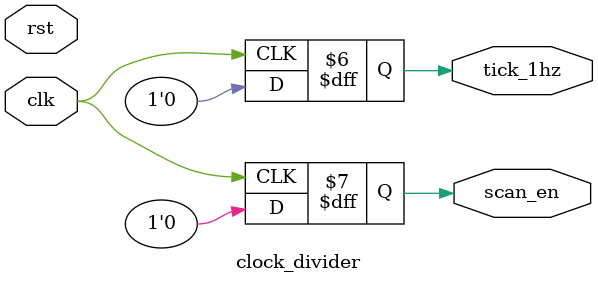
<source format=v>
`timescale 1ns / 1ps


module clock_divider(
  input  wire clk,
  input  wire rst,
  output reg  tick_1hz,
  output reg  scan_en
);
  // TODO: implement real counters. For now, keep low.
  always @(posedge clk) begin
    if (rst) begin
      tick_1hz <= 1'b0;
      scan_en  <= 1'b0;
    end else begin
      tick_1hz <= 1'b0; // placeholder pulse
      scan_en  <= 1'b0; // placeholder pulse
    end
  end
endmodule

</source>
